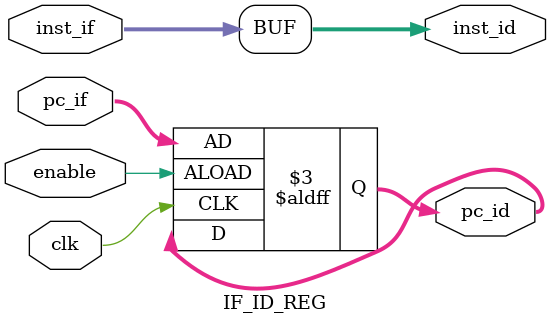
<source format=sv>
`ifndef IF_ID_REG_GUARD
`define IF_ID_REG_GUARD
module IF_ID_REG #(parameter DATA_SIZE = 32, parameter ADDR_SIZE = 10) (
    input clk,
    input enable,
    input [ADDR_SIZE-1+2:0] pc_if,
    input [DATA_SIZE-1:0] inst_if,
    output reg [ADDR_SIZE-1+2:0] pc_id,
    output [DATA_SIZE-1:0] inst_id
);

always_ff @(posedge clk or posedge enable) begin
    if(enable == 1) begin
        pc_id <= pc_if;
    end else begin
        pc_id <= pc_id;
    end
end

assign inst_id = inst_if;

endmodule

`endif
</source>
